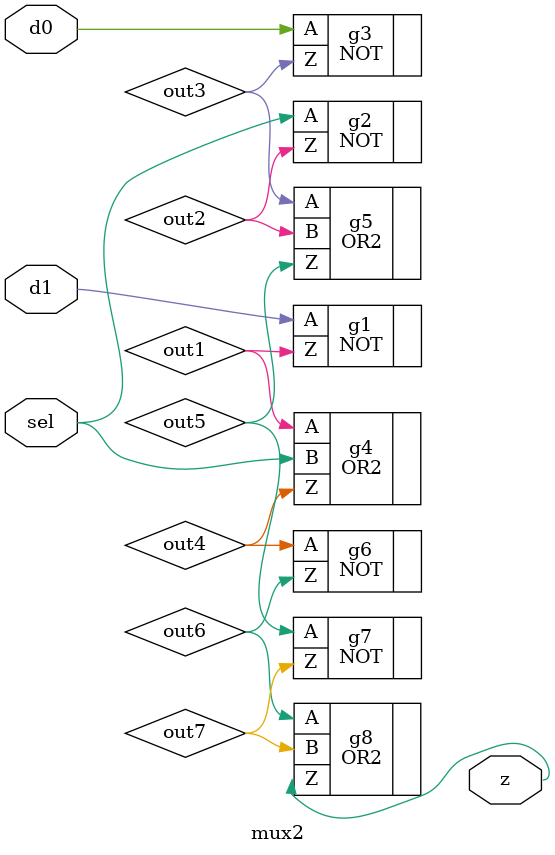
<source format=sv>
module mux2 (
    input logic d0,          // Data input 0
    input logic d1,          // Data input 1
    input logic sel,         // Select input
    output logic z           // Output
);
	logic out1, out2, out3, out4, out5, out6, out7;
	NOT#(
		.Tpdhl(6), .Tpdlh(1)
		) g1 (
			.A(d1),
			.Z(out1)
	);
	NOT #(
		.Tpdhl(6), .Tpdlh(1)
		) g2 (
			.A(sel),
			.Z(out2)
	);
	NOT #(
		.Tpdhl(6), .Tpdlh(1)
		) g3 (
			.A(d0),
			.Z(out3)
	);
	OR2 #(
		.Tpdhl(10), .Tpdlh(10)
		) g4 (
			.A(out1),
			.B(sel),
			.Z(out4)
	);
	OR2 #(
		.Tpdhl(10), .Tpdlh(10)
		) g5 (
			.A(out3),
			.B(out2),
			.Z(out5)
	);
	NOT #(
		.Tpdhl(6), .Tpdlh(1)
		) g6 (
			.A(out4),
			.Z(out6)
	);
	NOT #(
		.Tpdhl(6), .Tpdlh(1)
		) g7 (
			.A(out5),
			.Z(out7)
	);
	OR2 #(
		.Tpdhl(10), .Tpdlh(10)
		) g8 (
			.A(out6),
			.B(out7),
			.Z(z)
	);
endmodule

</source>
